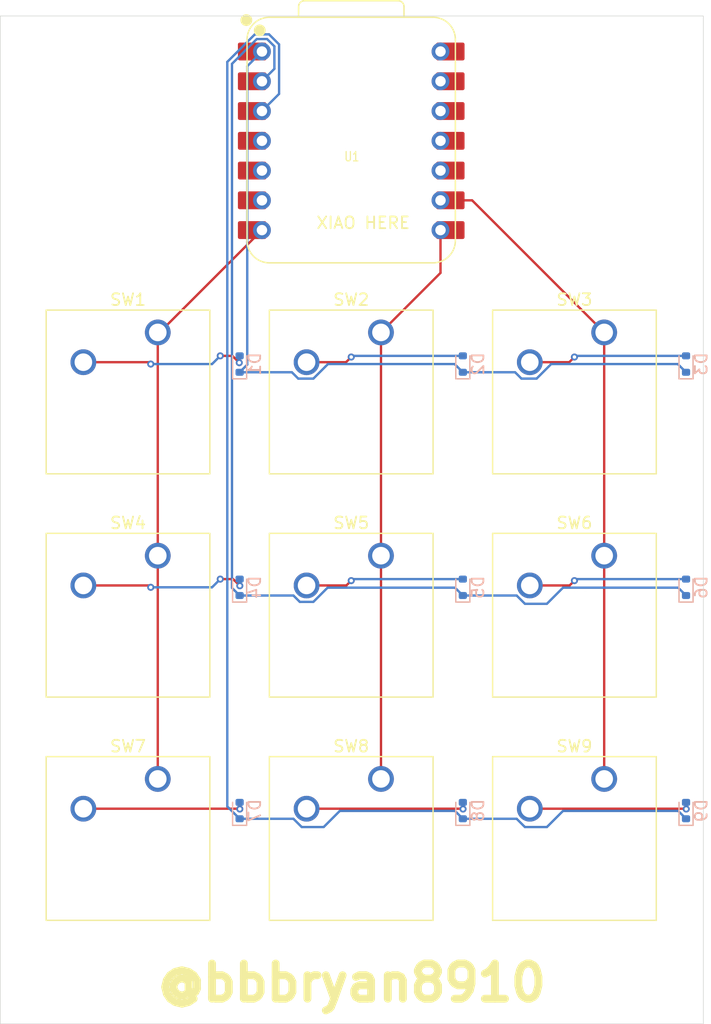
<source format=kicad_pcb>
(kicad_pcb (version 20241229) (generator "pcbnew") (generator_version "9.0")
  (layers (0 "F.Cu" signal) (2 "B.Cu" signal) (13 "F.Paste" user) (15 "B.Paste" user) (5 "F.SilkS" user "F.Silkscreen") (7 "B.SilkS" user "B.Silkscreen") (1 "F.Mask" user) (3 "B.Mask" user) (25 "Edge.Cuts" user))
  (net 0 "")
  (net 1 "Row0")
  (net 2 "Net-(D1-A)")
  (net 3 "Net-(D2-A)")
  (net 4 "Net-(D3-A)")
  (net 5 "Row1")
  (net 6 "Net-(D4-A)")
  (net 7 "Net-(D5-A)")
  (net 8 "Net-(D6-A)")
  (net 9 "Row2")
  (net 10 "Net-(D7-A)")
  (net 11 "Net-(D8-A)")
  (net 12 "Net-(D9-A)")
  (net 13 "Column0")
  (net 14 "Column1")
  (net 15 "Column2")
  (net 17 "+5V")
  (net 18 "GND")
  (footprint "Button_Switch_Keyboard:SW_Cherry_MX_1.00u_PCB" (layer "F.Cu") (at 107.608782 99.81625)
    (property "Reference" "SW5" (at -2.54 -2.794 0) (layer "F.SilkS"))
    (property "Value" "SW_Push")
    (fp_line (start -9.525 -1.905) (end 4.445 -1.905) (stroke (width 0.12)) (layer "F.SilkS"))
    (fp_line (start -9.525 12.065) (end -9.525 -1.905) (stroke (width 0.12)) (layer "F.SilkS"))
    (fp_line (start 4.445 -1.905) (end 4.445 12.065) (stroke (width 0.12)) (layer "F.SilkS"))
    (fp_line (start 4.445 12.065) (end -9.525 12.065) (stroke (width 0.12)) (layer "F.SilkS"))
    (pad "" np_thru_hole circle (at -7.62 5.08) (size 1.7 1.7) (drill 1.7) (layers "*.Cu" "*.Mask"))
    (pad "" np_thru_hole circle (at -2.54 5.08) (size 4 4) (drill 4) (layers "*.Cu" "*.Mask"))
    (pad "" np_thru_hole circle (at 2.54 5.08) (size 1.7 1.7) (drill 1.7) (layers "*.Cu" "*.Mask"))
    (pad "1" thru_hole circle (at 0 0) (size 2.2 2.2) (drill 1.5) (layers "*.Cu" "*.Mask") (net 14 "Column1"))
    (pad "2" thru_hole circle (at -6.35 2.54) (size 2.2 2.2) (drill 1.5) (layers "*.Cu" "*.Mask") (net 7 "Net-(D5-A)"))
  )
  (footprint "Button_Switch_Keyboard:SW_Cherry_MX_1.00u_PCB" (layer "F.Cu") (at 126.658782 118.86625)
    (property "Reference" "SW9" (at -2.54 -2.794 0) (layer "F.SilkS"))
    (property "Value" "SW_Push")
    (fp_line (start -9.525 -1.905) (end 4.445 -1.905) (stroke (width 0.12)) (layer "F.SilkS"))
    (fp_line (start -9.525 12.065) (end -9.525 -1.905) (stroke (width 0.12)) (layer "F.SilkS"))
    (fp_line (start 4.445 -1.905) (end 4.445 12.065) (stroke (width 0.12)) (layer "F.SilkS"))
    (fp_line (start 4.445 12.065) (end -9.525 12.065) (stroke (width 0.12)) (layer "F.SilkS"))
    (pad "" np_thru_hole circle (at -7.62 5.08) (size 1.7 1.7) (drill 1.7) (layers "*.Cu" "*.Mask"))
    (pad "" np_thru_hole circle (at -2.54 5.08) (size 4 4) (drill 4) (layers "*.Cu" "*.Mask"))
    (pad "" np_thru_hole circle (at 2.54 5.08) (size 1.7 1.7) (drill 1.7) (layers "*.Cu" "*.Mask"))
    (pad "1" thru_hole circle (at 0 0) (size 2.2 2.2) (drill 1.5) (layers "*.Cu" "*.Mask") (net 15 "Column2"))
    (pad "2" thru_hole circle (at -6.35 2.54) (size 2.2 2.2) (drill 1.5) (layers "*.Cu" "*.Mask") (net 12 "Net-(D9-A)"))
  )
  (footprint "Button_Switch_Keyboard:SW_Cherry_MX_1.00u_PCB" (layer "F.Cu") (at 88.558782 118.86625)
    (property "Reference" "SW7" (at -2.54 -2.794 0) (layer "F.SilkS"))
    (property "Value" "SW_Push")
    (fp_line (start -9.525 -1.905) (end 4.445 -1.905) (stroke (width 0.12)) (layer "F.SilkS"))
    (fp_line (start -9.525 12.065) (end -9.525 -1.905) (stroke (width 0.12)) (layer "F.SilkS"))
    (fp_line (start 4.445 -1.905) (end 4.445 12.065) (stroke (width 0.12)) (layer "F.SilkS"))
    (fp_line (start 4.445 12.065) (end -9.525 12.065) (stroke (width 0.12)) (layer "F.SilkS"))
    (pad "" np_thru_hole circle (at -7.62 5.08) (size 1.7 1.7) (drill 1.7) (layers "*.Cu" "*.Mask"))
    (pad "" np_thru_hole circle (at -2.54 5.08) (size 4 4) (drill 4) (layers "*.Cu" "*.Mask"))
    (pad "" np_thru_hole circle (at 2.54 5.08) (size 1.7 1.7) (drill 1.7) (layers "*.Cu" "*.Mask"))
    (pad "1" thru_hole circle (at 0 0) (size 2.2 2.2) (drill 1.5) (layers "*.Cu" "*.Mask") (net 13 "Column0"))
    (pad "2" thru_hole circle (at -6.35 2.54) (size 2.2 2.2) (drill 1.5) (layers "*.Cu" "*.Mask") (net 10 "Net-(D7-A)"))
  )
  (footprint "Button_Switch_Keyboard:SW_Cherry_MX_1.00u_PCB" (layer "F.Cu") (at 107.608782 118.86625)
    (property "Reference" "SW8" (at -2.54 -2.794 0) (layer "F.SilkS"))
    (property "Value" "SW_Push")
    (fp_line (start -9.525 -1.905) (end 4.445 -1.905) (stroke (width 0.12)) (layer "F.SilkS"))
    (fp_line (start -9.525 12.065) (end -9.525 -1.905) (stroke (width 0.12)) (layer "F.SilkS"))
    (fp_line (start 4.445 -1.905) (end 4.445 12.065) (stroke (width 0.12)) (layer "F.SilkS"))
    (fp_line (start 4.445 12.065) (end -9.525 12.065) (stroke (width 0.12)) (layer "F.SilkS"))
    (pad "" np_thru_hole circle (at -7.62 5.08) (size 1.7 1.7) (drill 1.7) (layers "*.Cu" "*.Mask"))
    (pad "" np_thru_hole circle (at -2.54 5.08) (size 4 4) (drill 4) (layers "*.Cu" "*.Mask"))
    (pad "" np_thru_hole circle (at 2.54 5.08) (size 1.7 1.7) (drill 1.7) (layers "*.Cu" "*.Mask"))
    (pad "1" thru_hole circle (at 0 0) (size 2.2 2.2) (drill 1.5) (layers "*.Cu" "*.Mask") (net 14 "Column1"))
    (pad "2" thru_hole circle (at -6.35 2.54) (size 2.2 2.2) (drill 1.5) (layers "*.Cu" "*.Mask") (net 11 "Net-(D8-A)"))
  )
  (footprint "Button_Switch_Keyboard:SW_Cherry_MX_1.00u_PCB" (layer "F.Cu") (at 107.608782 80.76625)
    (property "Reference" "SW2" (at -2.54 -2.794 0) (layer "F.SilkS"))
    (property "Value" "SW_Push")
    (fp_line (start -9.525 -1.905) (end 4.445 -1.905) (stroke (width 0.12)) (layer "F.SilkS"))
    (fp_line (start -9.525 12.065) (end -9.525 -1.905) (stroke (width 0.12)) (layer "F.SilkS"))
    (fp_line (start 4.445 -1.905) (end 4.445 12.065) (stroke (width 0.12)) (layer "F.SilkS"))
    (fp_line (start 4.445 12.065) (end -9.525 12.065) (stroke (width 0.12)) (layer "F.SilkS"))
    (pad "" np_thru_hole circle (at -7.62 5.08) (size 1.7 1.7) (drill 1.7) (layers "*.Cu" "*.Mask"))
    (pad "" np_thru_hole circle (at -2.54 5.08) (size 4 4) (drill 4) (layers "*.Cu" "*.Mask"))
    (pad "" np_thru_hole circle (at 2.54 5.08) (size 1.7 1.7) (drill 1.7) (layers "*.Cu" "*.Mask"))
    (pad "1" thru_hole circle (at 0 0) (size 2.2 2.2) (drill 1.5) (layers "*.Cu" "*.Mask") (net 14 "Column1"))
    (pad "2" thru_hole circle (at -6.35 2.54) (size 2.2 2.2) (drill 1.5) (layers "*.Cu" "*.Mask") (net 3 "Net-(D2-A)"))
  )
  (footprint "Button_Switch_Keyboard:SW_Cherry_MX_1.00u_PCB" (layer "F.Cu") (at 88.558782 80.76625)
    (property "Reference" "SW1" (at -2.54 -2.794 0) (layer "F.SilkS"))
    (property "Value" "SW_Push")
    (fp_line (start -9.525 -1.905) (end 4.445 -1.905) (stroke (width 0.12)) (layer "F.SilkS"))
    (fp_line (start -9.525 12.065) (end -9.525 -1.905) (stroke (width 0.12)) (layer "F.SilkS"))
    (fp_line (start 4.445 -1.905) (end 4.445 12.065) (stroke (width 0.12)) (layer "F.SilkS"))
    (fp_line (start 4.445 12.065) (end -9.525 12.065) (stroke (width 0.12)) (layer "F.SilkS"))
    (pad "" np_thru_hole circle (at -7.62 5.08) (size 1.7 1.7) (drill 1.7) (layers "*.Cu" "*.Mask"))
    (pad "" np_thru_hole circle (at -2.54 5.08) (size 4 4) (drill 4) (layers "*.Cu" "*.Mask"))
    (pad "" np_thru_hole circle (at 2.54 5.08) (size 1.7 1.7) (drill 1.7) (layers "*.Cu" "*.Mask"))
    (pad "1" thru_hole circle (at 0 0) (size 2.2 2.2) (drill 1.5) (layers "*.Cu" "*.Mask") (net 13 "Column0"))
    (pad "2" thru_hole circle (at -6.35 2.54) (size 2.2 2.2) (drill 1.5) (layers "*.Cu" "*.Mask") (net 2 "Net-(D1-A)"))
  )
  (footprint "Button_Switch_Keyboard:SW_Cherry_MX_1.00u_PCB" (layer "F.Cu") (at 126.658782 80.76625)
    (property "Reference" "SW3" (at -2.54 -2.794 0) (layer "F.SilkS"))
    (property "Value" "SW_Push")
    (fp_line (start -9.525 -1.905) (end 4.445 -1.905) (stroke (width 0.12)) (layer "F.SilkS"))
    (fp_line (start -9.525 12.065) (end -9.525 -1.905) (stroke (width 0.12)) (layer "F.SilkS"))
    (fp_line (start 4.445 -1.905) (end 4.445 12.065) (stroke (width 0.12)) (layer "F.SilkS"))
    (fp_line (start 4.445 12.065) (end -9.525 12.065) (stroke (width 0.12)) (layer "F.SilkS"))
    (pad "" np_thru_hole circle (at -7.62 5.08) (size 1.7 1.7) (drill 1.7) (layers "*.Cu" "*.Mask"))
    (pad "" np_thru_hole circle (at -2.54 5.08) (size 4 4) (drill 4) (layers "*.Cu" "*.Mask"))
    (pad "" np_thru_hole circle (at 2.54 5.08) (size 1.7 1.7) (drill 1.7) (layers "*.Cu" "*.Mask"))
    (pad "1" thru_hole circle (at 0 0) (size 2.2 2.2) (drill 1.5) (layers "*.Cu" "*.Mask") (net 15 "Column2"))
    (pad "2" thru_hole circle (at -6.35 2.54) (size 2.2 2.2) (drill 1.5) (layers "*.Cu" "*.Mask") (net 4 "Net-(D3-A)"))
  )
  (footprint "OPL:XIAO-RP2040-DIP" (layer "F.Cu") (at 105.068782 64.415)
    (property "Reference" "U1" (at 0.05 1.35 0) (layer "F.SilkS") (effects (font (size 0.8 0.635) (thickness 0.1016))))
    (property "Value" "XIAO-RP2040-DIP")
    (fp_line (start -8.89 8.509) (end -8.89 -8.636) (stroke (width 0.127)) (layer "F.SilkS"))
    (fp_line (start -6.985 10.414) (end 6.985 10.414) (stroke (width 0.127)) (layer "F.SilkS"))
    (fp_line (start -4.495 -10.541) (end -4.491272 -11.451272) (stroke (width 0.127)) (layer "F.SilkS"))
    (fp_line (start -3.991272 -11.951) (end 4.004 -11.951) (stroke (width 0.127)) (layer "F.SilkS"))
    (fp_line (start 4.504 -11.451) (end 4.504 -10.541) (stroke (width 0.127)) (layer "F.SilkS"))
    (fp_line (start 6.985 -10.541) (end -6.985 -10.541) (stroke (width 0.1)) (layer "F.SilkS"))
    (fp_line (start 6.985 -10.541) (end -6.985 -10.541) (stroke (width 0.127)) (layer "F.SilkS"))
    (fp_line (start 8.89 8.509) (end 8.89 -8.636) (stroke (width 0.127)) (layer "F.SilkS"))
    (fp_arc (start -8.89 -8.636) (mid -8.332038 -9.983038) (end -6.985 -10.541) (stroke (width 0.127)) (layer "F.SilkS"))
    (fp_arc (start -6.985 10.414) (mid -8.332038 9.856038) (end -8.89 8.509) (stroke (width 0.127)) (layer "F.SilkS"))
    (fp_arc (start -4.491272 -11.451272) (mid -4.344728 -11.80464) (end -3.991272 -11.951) (stroke (width 0.127)) (layer "F.SilkS"))
    (fp_arc (start 4.004 -11.951) (mid 4.357553 -11.804553) (end 4.504 -11.451) (stroke (width 0.127)) (layer "F.SilkS"))
    (fp_arc (start 6.985 -10.541) (mid 8.332038 -9.983038) (end 8.89 -8.636) (stroke (width 0.127)) (layer "F.SilkS"))
    (fp_arc (start 8.89 8.509) (mid 8.332038 9.856038) (end 6.985 10.414) (stroke (width 0.127)) (layer "F.SilkS"))
    (fp_circle (center -8.95 -10.3) (end -8.95 -10.554) (stroke (width 0.5)) (fill yes) (layer "F.SilkS"))
    (fp_circle (center -7.807 -9.42) (end -7.807 -9.674) (stroke (width 0.5)) (fill yes) (layer "F.SilkS"))
    (pad "1" smd roundrect (at -8.455 -7.62 180) (size 2.432 1.524) (layers "F.Cu" "F.Mask") (roundrect_rratio 0.1) (net 1 "Row0"))
    (pad "1" thru_hole circle (at -7.62 -7.62 180) (size 1.524 1.524) (drill 0.889) (layers "*.Cu" "*.Mask") (net 1 "Row0"))
    (pad "2" smd roundrect (at -8.455 -5.08 180) (size 2.432 1.524) (layers "F.Cu" "F.Mask") (roundrect_rratio 0.1) (net 5 "Row1"))
    (pad "2" thru_hole circle (at -7.62 -5.08 180) (size 1.524 1.524) (drill 0.889) (layers "*.Cu" "*.Mask") (net 5 "Row1"))
    (pad "3" smd roundrect (at -8.455 -2.54 180) (size 2.432 1.524) (layers "F.Cu" "F.Mask") (roundrect_rratio 0.1) (net 9 "Row2"))
    (pad "3" thru_hole circle (at -7.62 -2.54 180) (size 1.524 1.524) (drill 0.889) (layers "*.Cu" "*.Mask") (net 9 "Row2"))
    (pad "4" smd roundrect (at -8.455 0 180) (size 2.432 1.524) (layers "F.Cu" "F.Mask") (roundrect_rratio 0.1))
    (pad "4" thru_hole circle (at -7.62 0 180) (size 1.524 1.524) (drill 0.889) (layers "*.Cu" "*.Mask"))
    (pad "5" smd roundrect (at -8.455 2.54 180) (size 2.432 1.524) (layers "F.Cu" "F.Mask") (roundrect_rratio 0.1))
    (pad "5" thru_hole circle (at -7.62 2.54 180) (size 1.524 1.524) (drill 0.889) (layers "*.Cu" "*.Mask"))
    (pad "6" smd roundrect (at -8.455 5.08 180) (size 2.432 1.524) (layers "F.Cu" "F.Mask") (roundrect_rratio 0.1))
    (pad "6" thru_hole circle (at -7.62 5.08 180) (size 1.524 1.524) (drill 0.889) (layers "*.Cu" "*.Mask"))
    (pad "7" smd roundrect (at -8.455 7.62 180) (size 2.432 1.524) (layers "F.Cu" "F.Mask") (roundrect_rratio 0.1) (net 13 "Column0"))
    (pad "7" thru_hole circle (at -7.62 7.62 180) (size 1.524 1.524) (drill 0.889) (layers "*.Cu" "*.Mask") (net 13 "Column0"))
    (pad "8" thru_hole circle (at 7.62 7.62) (size 1.524 1.524) (drill 0.889) (layers "*.Cu" "*.Mask") (net 14 "Column1"))
    (pad "8" smd roundrect (at 8.455 7.62) (size 2.432 1.524) (layers "F.Cu" "F.Mask") (roundrect_rratio 0.1) (net 14 "Column1"))
    (pad "9" thru_hole circle (at 7.62 5.08) (size 1.524 1.524) (drill 0.889) (layers "*.Cu" "*.Mask") (net 15 "Column2"))
    (pad "9" smd roundrect (at 8.455 5.08) (size 2.432 1.524) (layers "F.Cu" "F.Mask") (roundrect_rratio 0.1) (net 15 "Column2"))
    (pad "10" thru_hole circle (at 7.62 2.54) (size 1.524 1.524) (drill 0.889) (layers "*.Cu" "*.Mask"))
    (pad "10" smd roundrect (at 8.455 2.54) (size 2.432 1.524) (layers "F.Cu" "F.Mask") (roundrect_rratio 0.1))
    (pad "11" thru_hole circle (at 7.62 0) (size 1.524 1.524) (drill 0.889) (layers "*.Cu" "*.Mask"))
    (pad "11" smd roundrect (at 8.455 0) (size 2.432 1.524) (layers "F.Cu" "F.Mask") (roundrect_rratio 0.1))
    (pad "12" thru_hole circle (at 7.62 -2.54) (size 1.524 1.524) (drill 0.889) (layers "*.Cu" "*.Mask"))
    (pad "12" smd roundrect (at 8.455 -2.54) (size 2.432 1.524) (layers "F.Cu" "F.Mask") (roundrect_rratio 0.1))
    (pad "13" thru_hole circle (at 7.62 -5.08) (size 1.524 1.524) (drill 0.889) (layers "*.Cu" "*.Mask") (net 18 "GND"))
    (pad "13" smd roundrect (at 8.455 -5.08) (size 2.432 1.524) (layers "F.Cu" "F.Mask") (roundrect_rratio 0.1) (net 18 "GND"))
    (pad "14" thru_hole circle (at 7.62 -7.62) (size 1.524 1.524) (drill 0.889) (layers "*.Cu" "*.Mask") (net 17 "+5V"))
    (pad "14" smd roundrect (at 8.455 -7.62) (size 2.432 1.524) (layers "F.Cu" "F.Mask") (roundrect_rratio 0.1) (net 17 "+5V"))
  )
  (footprint "Button_Switch_Keyboard:SW_Cherry_MX_1.00u_PCB" (layer "F.Cu") (at 126.658782 99.81625)
    (property "Reference" "SW6" (at -2.54 -2.794 0) (layer "F.SilkS"))
    (property "Value" "SW_Push")
    (fp_line (start -9.525 -1.905) (end 4.445 -1.905) (stroke (width 0.12)) (layer "F.SilkS"))
    (fp_line (start -9.525 12.065) (end -9.525 -1.905) (stroke (width 0.12)) (layer "F.SilkS"))
    (fp_line (start 4.445 -1.905) (end 4.445 12.065) (stroke (width 0.12)) (layer "F.SilkS"))
    (fp_line (start 4.445 12.065) (end -9.525 12.065) (stroke (width 0.12)) (layer "F.SilkS"))
    (pad "" np_thru_hole circle (at -7.62 5.08) (size 1.7 1.7) (drill 1.7) (layers "*.Cu" "*.Mask"))
    (pad "" np_thru_hole circle (at -2.54 5.08) (size 4 4) (drill 4) (layers "*.Cu" "*.Mask"))
    (pad "" np_thru_hole circle (at 2.54 5.08) (size 1.7 1.7) (drill 1.7) (layers "*.Cu" "*.Mask"))
    (pad "1" thru_hole circle (at 0 0) (size 2.2 2.2) (drill 1.5) (layers "*.Cu" "*.Mask") (net 15 "Column2"))
    (pad "2" thru_hole circle (at -6.35 2.54) (size 2.2 2.2) (drill 1.5) (layers "*.Cu" "*.Mask") (net 8 "Net-(D6-A)"))
  )
  (footprint "Button_Switch_Keyboard:SW_Cherry_MX_1.00u_PCB" (layer "F.Cu") (at 88.558782 99.81625)
    (property "Reference" "SW4" (at -2.54 -2.794 0) (layer "F.SilkS"))
    (property "Value" "SW_Push")
    (fp_line (start -9.525 -1.905) (end 4.445 -1.905) (stroke (width 0.12)) (layer "F.SilkS"))
    (fp_line (start -9.525 12.065) (end -9.525 -1.905) (stroke (width 0.12)) (layer "F.SilkS"))
    (fp_line (start 4.445 -1.905) (end 4.445 12.065) (stroke (width 0.12)) (layer "F.SilkS"))
    (fp_line (start 4.445 12.065) (end -9.525 12.065) (stroke (width 0.12)) (layer "F.SilkS"))
    (pad "" np_thru_hole circle (at -7.62 5.08) (size 1.7 1.7) (drill 1.7) (layers "*.Cu" "*.Mask"))
    (pad "" np_thru_hole circle (at -2.54 5.08) (size 4 4) (drill 4) (layers "*.Cu" "*.Mask"))
    (pad "" np_thru_hole circle (at 2.54 5.08) (size 1.7 1.7) (drill 1.7) (layers "*.Cu" "*.Mask"))
    (pad "1" thru_hole circle (at 0 0) (size 2.2 2.2) (drill 1.5) (layers "*.Cu" "*.Mask") (net 13 "Column0"))
    (pad "2" thru_hole circle (at -6.35 2.54) (size 2.2 2.2) (drill 1.5) (layers "*.Cu" "*.Mask") (net 6 "Net-(D4-A)"))
  )
  (footprint "Diode_SMD:D_SOD-523" (layer "B.Cu") (at 133.643782 102.515 90)
    (property "Reference" "D6" (at 0 1.3 90) (layer "B.SilkS") (effects (justify mirror)))
    (property "Value" "1N4148WT")
    (fp_line (start 0.7 -0.6) (end -1.26 -0.6) (stroke (width 0.12)) (layer "B.SilkS"))
    (fp_line (start 0.7 0.6) (end -1.26 0.6) (stroke (width 0.12)) (layer "B.SilkS"))
    (fp_line (start -1.26 0.6) (end -1.26 -0.6) (stroke (width 0.12)) (layer "B.SilkS"))
    (pad "1" smd roundrect (at -0.7 0 270) (size 0.6 0.7) (layers "B.Cu" "B.Mask" "B.Paste") (net 5 "Row1"))
    (pad "2" smd roundrect (at 0.7 0 270) (size 0.6 0.7) (layers "B.Cu" "B.Mask" "B.Paste") (net 8 "Net-(D6-A)"))
  )
  (footprint "Diode_SMD:D_SOD-523" (layer "B.Cu") (at 95.543782 102.515 90)
    (property "Reference" "D4" (at 0 1.3 90) (layer "B.SilkS") (effects (justify mirror)))
    (property "Value" "1N4148WT")
    (fp_line (start 0.7 -0.6) (end -1.26 -0.6) (stroke (width 0.12)) (layer "B.SilkS"))
    (fp_line (start 0.7 0.6) (end -1.26 0.6) (stroke (width 0.12)) (layer "B.SilkS"))
    (fp_line (start -1.26 0.6) (end -1.26 -0.6) (stroke (width 0.12)) (layer "B.SilkS"))
    (pad "1" smd roundrect (at -0.7 0 270) (size 0.6 0.7) (layers "B.Cu" "B.Mask" "B.Paste") (net 5 "Row1"))
    (pad "2" smd roundrect (at 0.7 0 270) (size 0.6 0.7) (layers "B.Cu" "B.Mask" "B.Paste") (net 6 "Net-(D4-A)"))
  )
  (footprint "Diode_SMD:D_SOD-523" (layer "B.Cu") (at 95.543782 83.465 90)
    (property "Reference" "D1" (at 0 1.3 90) (layer "B.SilkS") (effects (justify mirror)))
    (property "Value" "1N4148WT")
    (fp_line (start 0.7 -0.6) (end -1.26 -0.6) (stroke (width 0.12)) (layer "B.SilkS"))
    (fp_line (start 0.7 0.6) (end -1.26 0.6) (stroke (width 0.12)) (layer "B.SilkS"))
    (fp_line (start -1.26 0.6) (end -1.26 -0.6) (stroke (width 0.12)) (layer "B.SilkS"))
    (pad "1" smd roundrect (at -0.7 0 270) (size 0.6 0.7) (layers "B.Cu" "B.Mask" "B.Paste") (net 1 "Row0"))
    (pad "2" smd roundrect (at 0.7 0 270) (size 0.6 0.7) (layers "B.Cu" "B.Mask" "B.Paste") (net 2 "Net-(D1-A)"))
  )
  (footprint "Diode_SMD:D_SOD-523" (layer "B.Cu") (at 114.593782 121.565 90)
    (property "Reference" "D8" (at 0 1.3 90) (layer "B.SilkS") (effects (justify mirror)))
    (property "Value" "1N4148WT")
    (fp_line (start 0.7 -0.6) (end -1.26 -0.6) (stroke (width 0.12)) (layer "B.SilkS"))
    (fp_line (start 0.7 0.6) (end -1.26 0.6) (stroke (width 0.12)) (layer "B.SilkS"))
    (fp_line (start -1.26 0.6) (end -1.26 -0.6) (stroke (width 0.12)) (layer "B.SilkS"))
    (pad "1" smd roundrect (at -0.7 0 270) (size 0.6 0.7) (layers "B.Cu" "B.Mask" "B.Paste") (net 9 "Row2"))
    (pad "2" smd roundrect (at 0.7 0 270) (size 0.6 0.7) (layers "B.Cu" "B.Mask" "B.Paste") (net 11 "Net-(D8-A)"))
  )
  (footprint "Diode_SMD:D_SOD-523" (layer "B.Cu") (at 95.543782 121.565 90)
    (property "Reference" "D7" (at 0 1.3 90) (layer "B.SilkS") (effects (justify mirror)))
    (property "Value" "1N4148WT")
    (fp_line (start 0.7 -0.6) (end -1.26 -0.6) (stroke (width 0.12)) (layer "B.SilkS"))
    (fp_line (start 0.7 0.6) (end -1.26 0.6) (stroke (width 0.12)) (layer "B.SilkS"))
    (fp_line (start -1.26 0.6) (end -1.26 -0.6) (stroke (width 0.12)) (layer "B.SilkS"))
    (pad "1" smd roundrect (at -0.7 0 270) (size 0.6 0.7) (layers "B.Cu" "B.Mask" "B.Paste") (net 9 "Row2"))
    (pad "2" smd roundrect (at 0.7 0 270) (size 0.6 0.7) (layers "B.Cu" "B.Mask" "B.Paste") (net 10 "Net-(D7-A)"))
  )
  (footprint "Diode_SMD:D_SOD-523" (layer "B.Cu") (at 133.643782 83.465 90)
    (property "Reference" "D3" (at 0 1.3 90) (layer "B.SilkS") (effects (justify mirror)))
    (property "Value" "1N4148WT")
    (fp_line (start 0.7 -0.6) (end -1.26 -0.6) (stroke (width 0.12)) (layer "B.SilkS"))
    (fp_line (start 0.7 0.6) (end -1.26 0.6) (stroke (width 0.12)) (layer "B.SilkS"))
    (fp_line (start -1.26 0.6) (end -1.26 -0.6) (stroke (width 0.12)) (layer "B.SilkS"))
    (pad "1" smd roundrect (at -0.7 0 270) (size 0.6 0.7) (layers "B.Cu" "B.Mask" "B.Paste") (net 1 "Row0"))
    (pad "2" smd roundrect (at 0.7 0 270) (size 0.6 0.7) (layers "B.Cu" "B.Mask" "B.Paste") (net 4 "Net-(D3-A)"))
  )
  (footprint "Diode_SMD:D_SOD-523" (layer "B.Cu") (at 114.593782 83.465 90)
    (property "Reference" "D2" (at 0 1.3 90) (layer "B.SilkS") (effects (justify mirror)))
    (property "Value" "1N4148WT")
    (fp_line (start 0.7 -0.6) (end -1.26 -0.6) (stroke (width 0.12)) (layer "B.SilkS"))
    (fp_line (start 0.7 0.6) (end -1.26 0.6) (stroke (width 0.12)) (layer "B.SilkS"))
    (fp_line (start -1.26 0.6) (end -1.26 -0.6) (stroke (width 0.12)) (layer "B.SilkS"))
    (pad "1" smd roundrect (at -0.7 0 270) (size 0.6 0.7) (layers "B.Cu" "B.Mask" "B.Paste") (net 1 "Row0"))
    (pad "2" smd roundrect (at 0.7 0 270) (size 0.6 0.7) (layers "B.Cu" "B.Mask" "B.Paste") (net 3 "Net-(D2-A)"))
  )
  (footprint "Diode_SMD:D_SOD-523" (layer "B.Cu") (at 114.593782 102.515 90)
    (property "Reference" "D5" (at 0 1.3 90) (layer "B.SilkS") (effects (justify mirror)))
    (property "Value" "1N4148WT")
    (fp_line (start 0.7 -0.6) (end -1.26 -0.6) (stroke (width 0.12)) (layer "B.SilkS"))
    (fp_line (start 0.7 0.6) (end -1.26 0.6) (stroke (width 0.12)) (layer "B.SilkS"))
    (fp_line (start -1.26 0.6) (end -1.26 -0.6) (stroke (width 0.12)) (layer "B.SilkS"))
    (pad "1" smd roundrect (at -0.7 0 270) (size 0.6 0.7) (layers "B.Cu" "B.Mask" "B.Paste") (net 5 "Row1"))
    (pad "2" smd roundrect (at 0.7 0 270) (size 0.6 0.7) (layers "B.Cu" "B.Mask" "B.Paste") (net 7 "Net-(D5-A)"))
  )
  (footprint "Diode_SMD:D_SOD-523" (layer "B.Cu") (at 133.643782 121.565 90)
    (property "Reference" "D9" (at 0 1.3 90) (layer "B.SilkS") (effects (justify mirror)))
    (property "Value" "1N4148WT")
    (fp_line (start 0.7 -0.6) (end -1.26 -0.6) (stroke (width 0.12)) (layer "B.SilkS"))
    (fp_line (start 0.7 0.6) (end -1.26 0.6) (stroke (width 0.12)) (layer "B.SilkS"))
    (fp_line (start -1.26 0.6) (end -1.26 -0.6) (stroke (width 0.12)) (layer "B.SilkS"))
    (pad "1" smd roundrect (at -0.7 0 270) (size 0.6 0.7) (layers "B.Cu" "B.Mask" "B.Paste") (net 9 "Row2"))
    (pad "2" smd roundrect (at 0.7 0 270) (size 0.6 0.7) (layers "B.Cu" "B.Mask" "B.Paste") (net 12 "Net-(D9-A)"))
  )
  (gr_rect (start 75.118782 53.765) (end 135.118782 139.765) (stroke (width 0.05)) (fill no) (layer "Edge.Cuts"))
  (gr_text "XIAO HERE" (at 106.095 70.83 0) (layer "F.SilkS") (effects (font (size 1 1)) (justify top)))
  (gr_text "@bbbryan8910" (at 105.118782 136.265 0) (layer "F.SilkS") (effects (font (size 3 3) (thickness 0.67) (bold yes))))
  (segment (start 96.194782 83.514) (end 95.543782 84.165) (width 0.2) (layer "B.Cu") (net 1))
  (segment (start 114.593782 84.165) (end 119.056002 84.165) (width 0.2) (layer "B.Cu") (net 1))
  (segment (start 96.194782 58.049) (end 96.194782 83.514) (width 0.2) (layer "B.Cu") (net 1))
  (segment (start 101.839096 84.70725) (end 103.081346 83.465) (width 0.2) (layer "B.Cu") (net 1))
  (segment (start 113.893782 83.465) (end 114.593782 84.165) (width 0.2) (layer "B.Cu") (net 1))
  (segment (start 119.598252 84.70725) (end 120.889096 84.70725) (width 0.2) (layer "B.Cu") (net 1))
  (segment (start 132.943782 83.465) (end 133.643782 84.165) (width 0.2) (layer "B.Cu") (net 1))
  (segment (start 103.081346 83.465) (end 113.893782 83.465) (width 0.2) (layer "B.Cu") (net 1))
  (segment (start 100.006002 84.165) (end 100.548252 84.70725) (width 0.2) (layer "B.Cu") (net 1))
  (segment (start 97.448782 56.795) (end 96.194782 58.049) (width 0.2) (layer "B.Cu") (net 1))
  (segment (start 120.889096 84.70725) (end 122.131346 83.465) (width 0.2) (layer "B.Cu") (net 1))
  (segment (start 100.548252 84.70725) (end 101.839096 84.70725) (width 0.2) (layer "B.Cu") (net 1))
  (segment (start 119.056002 84.165) (end 119.598252 84.70725) (width 0.2) (layer "B.Cu") (net 1))
  (segment (start 95.543782 84.165) (end 100.006002 84.165) (width 0.2) (layer "B.Cu") (net 1))
  (segment (start 122.131346 83.465) (end 132.943782 83.465) (width 0.2) (layer "B.Cu") (net 1))
  (segment (start 93.891782 82.765) (end 94.929673 82.765) (width 0.2) (layer "F.Cu") (net 2))
  (segment (start 94.929673 82.765) (end 95.512463 83.34779) (width 0.2) (layer "F.Cu") (net 2))
  (segment (start 82.208782 83.30625) (end 87.800032 83.30625) (width 0.2) (layer "F.Cu") (net 2))
  (segment (start 87.800032 83.30625) (end 87.958782 83.465) (width 0.2) (layer "F.Cu") (net 2))
  (via (at 87.958782 83.465) (size 0.6) (drill 0.3) (layers "F.Cu" "B.Cu") (net 2))
  (via (at 95.512463 83.34779) (size 0.6) (drill 0.3) (layers "F.Cu" "B.Cu") (net 2))
  (via (at 93.891782 82.765) (size 0.6) (drill 0.3) (layers "F.Cu" "B.Cu") (net 2))
  (segment (start 95.512463 83.34779) (end 95.512463 82.796319) (width 0.2) (layer "B.Cu") (net 2))
  (segment (start 95.512463 82.796319) (end 95.543782 82.765) (width 0.2) (layer "B.Cu") (net 2))
  (segment (start 87.958782 83.465) (end 93.191782 83.465) (width 0.2) (layer "B.Cu") (net 2))
  (segment (start 93.191782 83.465) (end 93.891782 82.765) (width 0.2) (layer "B.Cu") (net 2))
  (segment (start 101.258782 83.30625) (end 104.627532 83.30625) (width 0.2) (layer "F.Cu") (net 3))
  (segment (start 104.627532 83.30625) (end 105.068782 82.865) (width 0.2) (layer "F.Cu") (net 3))
  (via (at 105.068782 82.865) (size 0.6) (drill 0.3) (layers "F.Cu" "B.Cu") (net 3))
  (segment (start 105.068782 82.865) (end 105.168782 82.765) (width 0.2) (layer "B.Cu") (net 3))
  (segment (start 105.168782 82.765) (end 114.593782 82.765) (width 0.2) (layer "B.Cu") (net 3))
  (segment (start 123.677532 83.30625) (end 124.118782 82.865) (width 0.2) (layer "F.Cu") (net 4))
  (segment (start 120.308782 83.30625) (end 123.677532 83.30625) (width 0.2) (layer "F.Cu") (net 4))
  (via (at 124.118782 82.865) (size 0.6) (drill 0.3) (layers "F.Cu" "B.Cu") (net 4))
  (segment (start 124.118782 82.865) (end 124.218782 82.765) (width 0.2) (layer "B.Cu") (net 4))
  (segment (start 124.218782 82.765) (end 133.643782 82.765) (width 0.2) (layer "B.Cu") (net 4))
  (segment (start 123.144966 102.54525) (end 132.974032 102.54525) (width 0.2) (layer "B.Cu") (net 5))
  (segment (start 98.511782 56.35469) (end 97.889092 55.732) (width 0.2) (layer "B.Cu") (net 5))
  (segment (start 94.892782 102.564) (end 95.543782 103.215) (width 0.2) (layer "B.Cu") (net 5))
  (segment (start 95.543782 103.215) (end 100.136218 103.215) (width 0.2) (layer "B.Cu") (net 5))
  (segment (start 100.678468 103.75725) (end 101.839096 103.75725) (width 0.2) (layer "B.Cu") (net 5))
  (segment (start 121.767782 103.922434) (end 123.144966 102.54525) (width 0.2) (layer "B.Cu") (net 5))
  (segment (start 114.593782 103.215) (end 119.186218 103.215) (width 0.2) (layer "B.Cu") (net 5))
  (segment (start 103.051096 102.54525) (end 113.924032 102.54525) (width 0.2) (layer "B.Cu") (net 5))
  (segment (start 97.889092 55.732) (end 97.008472 55.732) (width 0.2) (layer "B.Cu") (net 5))
  (segment (start 97.008472 55.732) (end 94.892782 57.84769) (width 0.2) (layer "B.Cu") (net 5))
  (segment (start 100.136218 103.215) (end 100.678468 103.75725) (width 0.2) (layer "B.Cu") (net 5))
  (segment (start 119.186218 103.215) (end 119.893652 103.922434) (width 0.2) (layer "B.Cu") (net 5))
  (segment (start 94.892782 57.84769) (end 94.892782 102.564) (width 0.2) (layer "B.Cu") (net 5))
  (segment (start 98.511782 58.272) (end 98.511782 56.35469) (width 0.2) (layer "B.Cu") (net 5))
  (segment (start 113.924032 102.54525) (end 114.593782 103.215) (width 0.2) (layer "B.Cu") (net 5))
  (segment (start 132.974032 102.54525) (end 133.643782 103.215) (width 0.2) (layer "B.Cu") (net 5))
  (segment (start 97.448782 59.335) (end 98.511782 58.272) (width 0.2) (layer "B.Cu") (net 5))
  (segment (start 119.893652 103.922434) (end 121.767782 103.922434) (width 0.2) (layer "B.Cu") (net 5))
  (segment (start 101.839096 103.75725) (end 103.051096 102.54525) (width 0.2) (layer "B.Cu") (net 5))
  (segment (start 87.800032 102.35625) (end 87.958782 102.515) (width 0.2) (layer "F.Cu") (net 6))
  (segment (start 93.891782 101.815) (end 94.992311 101.815) (width 0.2) (layer "F.Cu") (net 6))
  (segment (start 82.208782 102.35625) (end 87.800032 102.35625) (width 0.2) (layer "F.Cu") (net 6))
  (segment (start 94.992311 101.815) (end 95.560992 102.383681) (width 0.2) (layer "F.Cu") (net 6))
  (via (at 93.891782 101.815) (size 0.6) (drill 0.3) (layers "F.Cu" "B.Cu") (net 6))
  (via (at 95.560992 102.383681) (size 0.6) (drill 0.3) (layers "F.Cu" "B.Cu") (net 6))
  (via (at 87.958782 102.515) (size 0.6) (drill 0.3) (layers "F.Cu" "B.Cu") (net 6))
  (segment (start 95.560992 102.383681) (end 95.560992 101.83221) (width 0.2) (layer "B.Cu") (net 6))
  (segment (start 93.191782 102.515) (end 93.891782 101.815) (width 0.2) (layer "B.Cu") (net 6))
  (segment (start 87.958782 102.515) (end 93.191782 102.515) (width 0.2) (layer "B.Cu") (net 6))
  (segment (start 95.560992 101.83221) (end 95.543782 101.815) (width 0.2) (layer "B.Cu") (net 6))
  (segment (start 104.657782 102.35625) (end 105.068782 101.94525) (width 0.2) (layer "F.Cu") (net 7))
  (segment (start 101.258782 102.35625) (end 104.657782 102.35625) (width 0.2) (layer "F.Cu") (net 7))
  (via (at 105.068782 101.94525) (size 0.6) (drill 0.3) (layers "F.Cu" "B.Cu") (net 7))
  (segment (start 105.199032 101.815) (end 114.593782 101.815) (width 0.2) (layer "B.Cu") (net 7))
  (segment (start 105.068782 101.94525) (end 105.199032 101.815) (width 0.2) (layer "B.Cu") (net 7))
  (segment (start 123.707782 102.35625) (end 124.118782 101.94525) (width 0.2) (layer "F.Cu") (net 8))
  (segment (start 120.308782 102.35625) (end 123.707782 102.35625) (width 0.2) (layer "F.Cu") (net 8))
  (via (at 124.118782 101.94525) (size 0.6) (drill 0.3) (layers "F.Cu" "B.Cu") (net 8))
  (segment (start 124.249032 101.815) (end 133.643782 101.815) (width 0.2) (layer "B.Cu") (net 8))
  (segment (start 124.118782 101.94525) (end 124.249032 101.815) (width 0.2) (layer "B.Cu") (net 8))
  (segment (start 98.912782 60.411) (end 98.912782 56.18859) (width 0.2) (layer "B.Cu") (net 9))
  (segment (start 102.717782 122.972434) (end 104.094966 121.59525) (width 0.2) (layer "B.Cu") (net 9))
  (segment (start 113.924032 121.59525) (end 114.593782 122.265) (width 0.2) (layer "B.Cu") (net 9))
  (segment (start 104.094966 121.59525) (end 113.924032 121.59525) (width 0.2) (layer "B.Cu") (net 9))
  (segment (start 119.893652 122.972434) (end 121.767782 122.972434) (width 0.2) (layer "B.Cu") (net 9))
  (segment (start 121.767782 122.972434) (end 123.144966 121.59525) (width 0.2) (layer "B.Cu") (net 9))
  (segment (start 94.491782 57.68159) (end 94.491782 121.213) (width 0.2) (layer "B.Cu") (net 9))
  (segment (start 132.974032 121.59525) (end 133.643782 122.265) (width 0.2) (layer "B.Cu") (net 9))
  (segment (start 94.491782 121.213) (end 95.543782 122.265) (width 0.2) (layer "B.Cu") (net 9))
  (segment (start 100.136218 122.265) (end 100.843652 122.972434) (width 0.2) (layer "B.Cu") (net 9))
  (segment (start 114.593782 122.265) (end 119.186218 122.265) (width 0.2) (layer "B.Cu") (net 9))
  (segment (start 119.186218 122.265) (end 119.893652 122.972434) (width 0.2) (layer "B.Cu") (net 9))
  (segment (start 98.912782 56.18859) (end 98.055192 55.331) (width 0.2) (layer "B.Cu") (net 9))
  (segment (start 100.843652 122.972434) (end 102.717782 122.972434) (width 0.2) (layer "B.Cu") (net 9))
  (segment (start 97.448782 61.875) (end 98.912782 60.411) (width 0.2) (layer "B.Cu") (net 9))
  (segment (start 123.144966 121.59525) (end 132.974032 121.59525) (width 0.2) (layer "B.Cu") (net 9))
  (segment (start 98.055192 55.331) (end 96.842372 55.331) (width 0.2) (layer "B.Cu") (net 9))
  (segment (start 96.842372 55.331) (end 94.491782 57.68159) (width 0.2) (layer "B.Cu") (net 9))
  (segment (start 95.543782 122.265) (end 100.136218 122.265) (width 0.2) (layer "B.Cu") (net 9))
  (segment (start 82.208782 121.40625) (end 95.533561 121.40625) (width 0.2) (layer "F.Cu") (net 10))
  (segment (start 95.533561 121.40625) (end 95.560992 121.433681) (width 0.2) (layer "F.Cu") (net 10))
  (via (at 95.560992 121.433681) (size 0.6) (drill 0.3) (layers "F.Cu" "B.Cu") (net 10))
  (segment (start 95.560992 121.433681) (end 95.560992 120.88221) (width 0.2) (layer "B.Cu") (net 10))
  (segment (start 95.560992 120.88221) (end 95.543782 120.865) (width 0.2) (layer "B.Cu") (net 10))
  (segment (start 114.583561 121.40625) (end 114.610992 121.433681) (width 0.2) (layer "F.Cu") (net 11))
  (segment (start 101.258782 121.40625) (end 114.583561 121.40625) (width 0.2) (layer "F.Cu") (net 11))
  (via (at 114.610992 121.433681) (size 0.6) (drill 0.3) (layers "F.Cu" "B.Cu") (net 11))
  (segment (start 114.610992 120.88221) (end 114.593782 120.865) (width 0.2) (layer "B.Cu") (net 11))
  (segment (start 114.610992 121.433681) (end 114.610992 120.88221) (width 0.2) (layer "B.Cu") (net 11))
  (segment (start 120.308782 121.40625) (end 133.633561 121.40625) (width 0.2) (layer "F.Cu") (net 12))
  (segment (start 133.633561 121.40625) (end 133.660992 121.433681) (width 0.2) (layer "F.Cu") (net 12))
  (via (at 133.660992 121.433681) (size 0.6) (drill 0.3) (layers "F.Cu" "B.Cu") (net 12))
  (segment (start 133.660992 120.88221) (end 133.643782 120.865) (width 0.2) (layer "B.Cu") (net 12))
  (segment (start 133.660992 121.433681) (end 133.660992 120.88221) (width 0.2) (layer "B.Cu") (net 12))
  (segment (start 88.558782 80.76625) (end 88.558782 99.81625) (width 0.2) (layer "F.Cu") (net 13))
  (segment (start 97.448782 72.035) (end 88.717532 80.76625) (width 0.2) (layer "F.Cu") (net 13))
  (segment (start 88.717532 80.76625) (end 88.558782 80.76625) (width 0.2) (layer "F.Cu") (net 13))
  (segment (start 88.558782 99.81625) (end 88.558782 118.86625) (width 0.2) (layer "F.Cu") (net 13))
  (segment (start 112.688782 75.68625) (end 107.608782 80.76625) (width 0.2) (layer "F.Cu") (net 14))
  (segment (start 107.608782 80.76625) (end 107.608782 99.81625) (width 0.2) (layer "F.Cu") (net 14))
  (segment (start 112.688782 72.035) (end 112.688782 75.68625) (width 0.2) (layer "F.Cu") (net 14))
  (segment (start 107.608782 99.81625) (end 107.608782 118.86625) (width 0.2) (layer "F.Cu") (net 14))
  (segment (start 115.387532 69.495) (end 126.658782 80.76625) (width 0.2) (layer "F.Cu") (net 15))
  (segment (start 126.658782 80.76625) (end 126.658782 99.81625) (width 0.2) (layer "F.Cu") (net 15))
  (segment (start 113.523782 69.495) (end 115.387532 69.495) (width 0.2) (layer "F.Cu") (net 15))
  (segment (start 126.658782 99.81625) (end 126.658782 118.86625) (width 0.2) (layer "F.Cu") (net 15))
)
</source>
